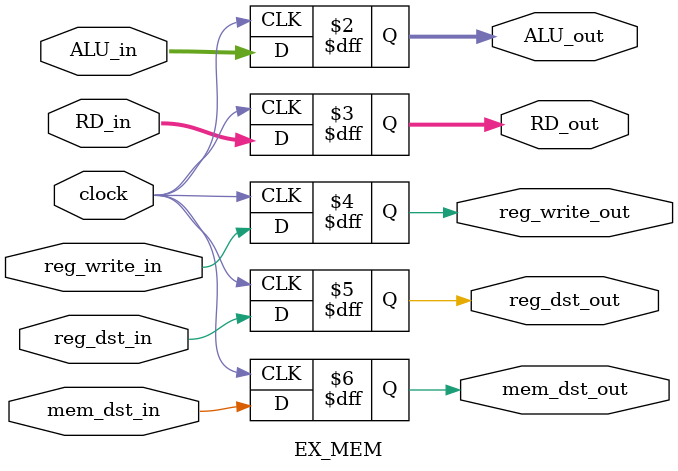
<source format=v>

module EX_MEM(
	input wire clock,
	input wire [31:0] ALU_in,
	input wire [4:0]	RD_in,
	input wire reg_write_in,
	input wire reg_dst_in,
	input wire mem_dst_in,
	
	output reg [31:0] ALU_out,
	output reg [4:0]  RD_out,
	output reg reg_write_out,
	output reg reg_dst_out,
	output reg mem_dst_out);
	
	always @(posedge clock) begin
		ALU_out <= ALU_in;
		RD_out <= RD_in;
		reg_write_out <= reg_write_in;
		reg_dst_out <= reg_dst_in;
		mem_dst_out <= mem_dst_in;
	end
endmodule

</source>
